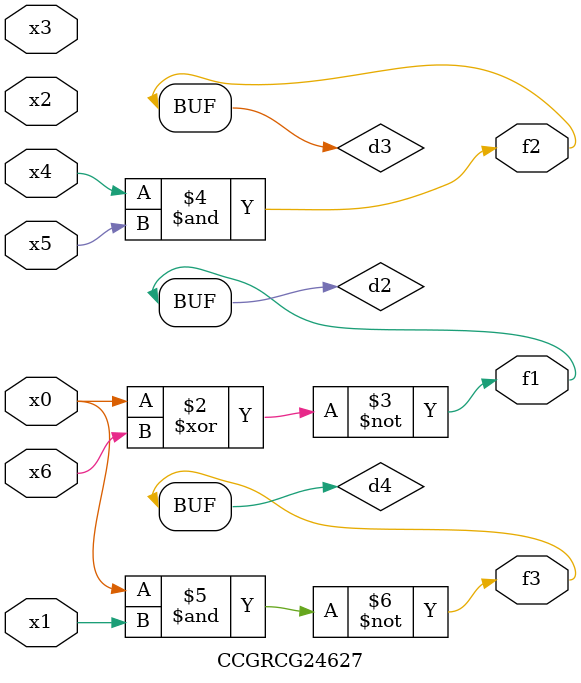
<source format=v>
module CCGRCG24627(
	input x0, x1, x2, x3, x4, x5, x6,
	output f1, f2, f3
);

	wire d1, d2, d3, d4;

	nor (d1, x0);
	xnor (d2, x0, x6);
	and (d3, x4, x5);
	nand (d4, x0, x1);
	assign f1 = d2;
	assign f2 = d3;
	assign f3 = d4;
endmodule

</source>
